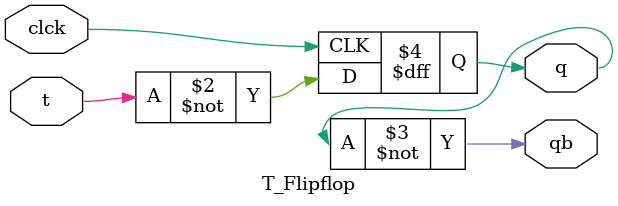
<source format=v>
`timescale 1ns / 1ps
module T_Flipflop(
    input t,clck,
    output reg q,
    output qb
    );
    
    always @ (posedge clck) begin       
    q <= (~t);
    end
    assign qb=~q;

endmodule

</source>
